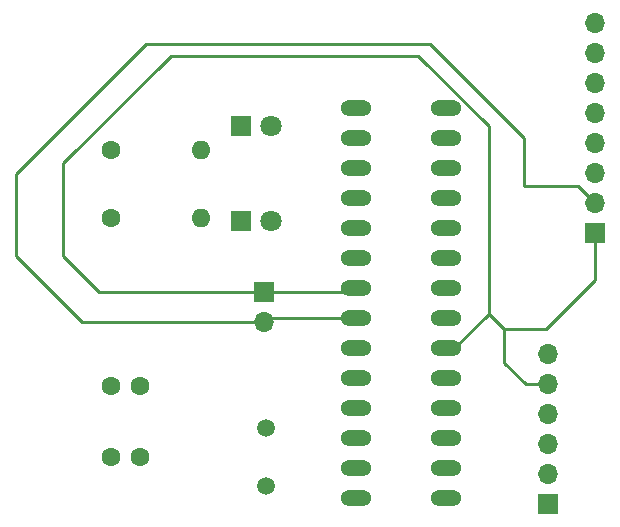
<source format=gbr>
G04 #@! TF.GenerationSoftware,KiCad,Pcbnew,(5.1.2)-1*
G04 #@! TF.CreationDate,2019-05-27T16:10:05+02:00*
G04 #@! TF.ProjectId,Dispositivo_Resp,44697370-6f73-4697-9469-766f5f526573,rev?*
G04 #@! TF.SameCoordinates,Original*
G04 #@! TF.FileFunction,Copper,L2,Bot*
G04 #@! TF.FilePolarity,Positive*
%FSLAX46Y46*%
G04 Gerber Fmt 4.6, Leading zero omitted, Abs format (unit mm)*
G04 Created by KiCad (PCBNEW (5.1.2)-1) date 2019-05-27 16:10:05*
%MOMM*%
%LPD*%
G04 APERTURE LIST*
%ADD10O,1.600000X1.600000*%
%ADD11C,1.600000*%
%ADD12O,1.700000X1.700000*%
%ADD13R,1.700000X1.700000*%
%ADD14C,1.800000*%
%ADD15R,1.800000X1.800000*%
%ADD16O,2.641600X1.320800*%
%ADD17C,1.500000*%
%ADD18C,0.250000*%
G04 APERTURE END LIST*
D10*
X145620000Y-97790000D03*
D11*
X138000000Y-97790000D03*
D10*
X145620000Y-92000000D03*
D11*
X138000000Y-92000000D03*
D12*
X179000000Y-81220000D03*
X179000000Y-83760000D03*
X179000000Y-86300000D03*
X179000000Y-88840000D03*
X179000000Y-91380000D03*
X179000000Y-93920000D03*
X179000000Y-96460000D03*
D13*
X179000000Y-99000000D03*
D12*
X151000000Y-106540000D03*
D13*
X151000000Y-104000000D03*
D14*
X151540000Y-98000000D03*
D15*
X149000000Y-98000000D03*
D14*
X151540000Y-90000000D03*
D15*
X149000000Y-90000000D03*
D11*
X140500000Y-118000000D03*
X138000000Y-118000000D03*
X140500000Y-112000000D03*
X138000000Y-112000000D03*
D13*
X175000000Y-122000000D03*
D12*
X175000000Y-119460000D03*
X175000000Y-116920000D03*
X175000000Y-114380000D03*
X175000000Y-111840000D03*
X175000000Y-109300000D03*
D16*
X158800800Y-88455501D03*
X158800800Y-90995501D03*
X158800800Y-93535501D03*
X158800800Y-96075501D03*
X158800800Y-98615501D03*
X158800800Y-101155501D03*
X158800800Y-103695501D03*
X158800800Y-106235501D03*
X158800800Y-108775501D03*
X158800800Y-111315501D03*
X158800800Y-113855501D03*
X158800800Y-116395501D03*
X158800800Y-118935501D03*
X158800800Y-121475501D03*
X166420800Y-121475501D03*
X166420800Y-118935501D03*
X166420800Y-116395501D03*
X166420800Y-113855501D03*
X166420800Y-111315501D03*
X166420800Y-108775501D03*
X166420800Y-106235501D03*
X166420800Y-103695501D03*
X166420800Y-101155501D03*
X166420800Y-98615501D03*
X166420800Y-96075501D03*
X166420800Y-93535501D03*
X166420800Y-90995501D03*
X166420800Y-88455501D03*
D17*
X151130000Y-115570000D03*
X151130000Y-120470000D03*
D18*
X158496301Y-104000000D02*
X158800800Y-103695501D01*
X151000000Y-104000000D02*
X158496301Y-104000000D01*
X151000000Y-104000000D02*
X137000000Y-104000000D01*
X137000000Y-104000000D02*
X134000000Y-101000000D01*
X134000000Y-93082998D02*
X143082998Y-84000000D01*
X164019279Y-84000000D02*
X170000000Y-89980721D01*
X143082998Y-84000000D02*
X164019279Y-84000000D01*
X167081200Y-108775501D02*
X166420800Y-108775501D01*
X170000000Y-105856701D02*
X167081200Y-108775501D01*
X170000000Y-89980721D02*
X170000000Y-105856701D01*
X175000000Y-111840000D02*
X173160000Y-111840000D01*
X173160000Y-111840000D02*
X171320000Y-110000000D01*
X171320000Y-107176701D02*
X170000000Y-105856701D01*
X179000000Y-99000000D02*
X179000000Y-100100000D01*
X171320000Y-110000000D02*
X171320000Y-107176701D01*
X171320000Y-107176701D02*
X174823299Y-107176701D01*
X174823299Y-107176701D02*
X179000000Y-103000000D01*
X179000000Y-103000000D02*
X179000000Y-99000000D01*
X134000000Y-101000000D02*
X134000000Y-98000000D01*
X134000000Y-98000000D02*
X134000000Y-93082998D01*
X151304499Y-106235501D02*
X151000000Y-106540000D01*
X158800800Y-106235501D02*
X151304499Y-106235501D01*
X151000000Y-106540000D02*
X135540000Y-106540000D01*
X135540000Y-106540000D02*
X130000000Y-101000000D01*
X130000000Y-101000000D02*
X130000000Y-94000000D01*
X130000000Y-94000000D02*
X141000000Y-83000000D01*
X141000000Y-83000000D02*
X165000000Y-83000000D01*
X165000000Y-83000000D02*
X173000000Y-91000000D01*
X173000000Y-91000000D02*
X173000000Y-95000000D01*
X177540000Y-95000000D02*
X179000000Y-96460000D01*
X173000000Y-95000000D02*
X177540000Y-95000000D01*
M02*

</source>
